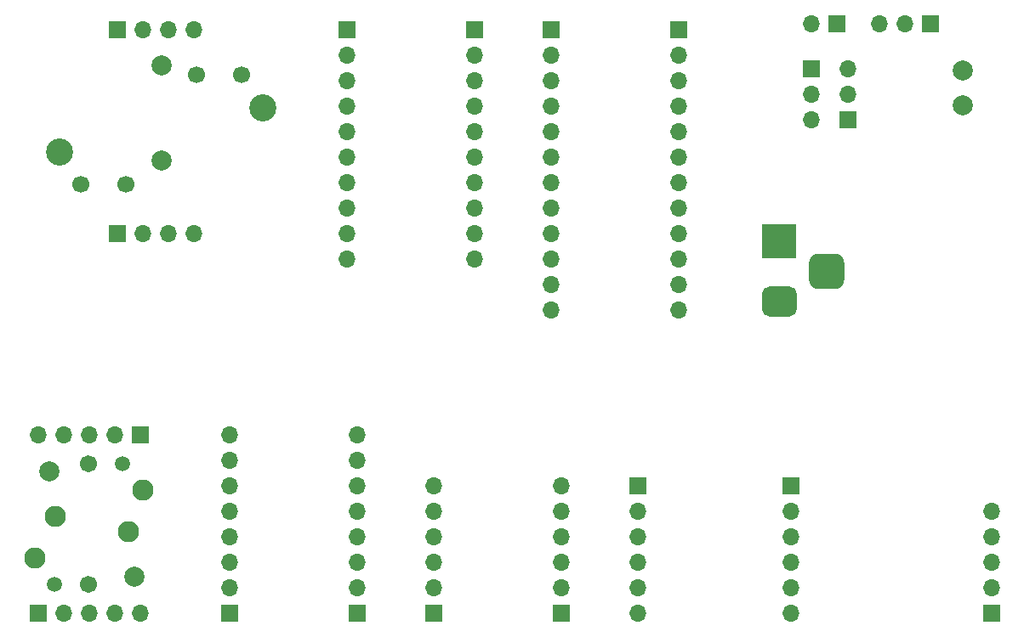
<source format=gbs>
G04 #@! TF.GenerationSoftware,KiCad,Pcbnew,(5.1.6-0-10_14)*
G04 #@! TF.CreationDate,2021-10-07T10:13:42+09:00*
G04 #@! TF.ProjectId,panel_breakouts_211007,70616e65-6c5f-4627-9265-616b6f757473,rev?*
G04 #@! TF.SameCoordinates,Original*
G04 #@! TF.FileFunction,Soldermask,Bot*
G04 #@! TF.FilePolarity,Negative*
%FSLAX46Y46*%
G04 Gerber Fmt 4.6, Leading zero omitted, Abs format (unit mm)*
G04 Created by KiCad (PCBNEW (5.1.6-0-10_14)) date 2021-10-07 10:13:42*
%MOMM*%
%LPD*%
G01*
G04 APERTURE LIST*
%ADD10O,1.700000X1.700000*%
%ADD11R,1.700000X1.700000*%
%ADD12C,2.108200*%
%ADD13C,2.006600*%
%ADD14C,1.701800*%
%ADD15C,1.498600*%
%ADD16C,2.000000*%
%ADD17C,1.700000*%
%ADD18C,2.700000*%
%ADD19R,3.500000X3.500000*%
G04 APERTURE END LIST*
D10*
X109982000Y-89916000D03*
X107442000Y-89916000D03*
X104902000Y-89916000D03*
D11*
X102362000Y-89916000D03*
D10*
X94472000Y-109982000D03*
X97012000Y-109982000D03*
X99552000Y-109982000D03*
X102092000Y-109982000D03*
D11*
X104632000Y-109982000D03*
X94472000Y-127762000D03*
D10*
X97012000Y-127762000D03*
X99552000Y-127762000D03*
X102092000Y-127762000D03*
X104632000Y-127762000D03*
D11*
X102362000Y-69596000D03*
D10*
X104902000Y-69596000D03*
X107442000Y-69596000D03*
X109982000Y-69596000D03*
X125222000Y-92456000D03*
X125222000Y-89916000D03*
X125222000Y-87376000D03*
X125222000Y-84836000D03*
X125222000Y-82296000D03*
X125222000Y-79756000D03*
X125222000Y-77216000D03*
X125222000Y-74676000D03*
X125222000Y-72136000D03*
D11*
X125222000Y-69596000D03*
X137922000Y-69596000D03*
D10*
X137922000Y-72136000D03*
X137922000Y-74676000D03*
X137922000Y-77216000D03*
X137922000Y-79756000D03*
X137922000Y-82296000D03*
X137922000Y-84836000D03*
X137922000Y-87376000D03*
X137922000Y-89916000D03*
X137922000Y-92456000D03*
X126222000Y-109982000D03*
X126222000Y-112522000D03*
X126222000Y-115062000D03*
X126222000Y-117602000D03*
X126222000Y-120142000D03*
X126222000Y-122682000D03*
X126222000Y-125222000D03*
D11*
X126222000Y-127762000D03*
X113522000Y-127762000D03*
D10*
X113522000Y-125222000D03*
X113522000Y-122682000D03*
X113522000Y-120142000D03*
X113522000Y-117602000D03*
X113522000Y-115062000D03*
X113522000Y-112522000D03*
X113522000Y-109982000D03*
X145542000Y-97536000D03*
X145542000Y-94996000D03*
X145542000Y-92456000D03*
X145542000Y-89916000D03*
X145542000Y-87376000D03*
X145542000Y-84836000D03*
X145542000Y-82296000D03*
X145542000Y-79756000D03*
X145542000Y-77216000D03*
X145542000Y-74676000D03*
X145542000Y-72136000D03*
D11*
X145542000Y-69596000D03*
X158242000Y-69596000D03*
D10*
X158242000Y-72136000D03*
X158242000Y-74676000D03*
X158242000Y-77216000D03*
X158242000Y-79756000D03*
X158242000Y-82296000D03*
X158242000Y-84836000D03*
X158242000Y-87376000D03*
X158242000Y-89916000D03*
X158242000Y-92456000D03*
X158242000Y-94996000D03*
X158242000Y-97536000D03*
D12*
X103452000Y-119612000D03*
D13*
X104052000Y-124112000D03*
D14*
X99502000Y-124912000D03*
D15*
X96102000Y-124912000D03*
D12*
X94152000Y-122262000D03*
X96152000Y-118112000D03*
D13*
X95552000Y-113612000D03*
D14*
X99502000Y-112812000D03*
D15*
X102902000Y-112812000D03*
D12*
X104852000Y-115462000D03*
D16*
X106722000Y-73156000D03*
D17*
X110222000Y-74106000D03*
X114722000Y-74106000D03*
D18*
X116822000Y-77356000D03*
D16*
X106722000Y-82656000D03*
D17*
X103222000Y-85006000D03*
X98722000Y-85006000D03*
D18*
X96622000Y-81756000D03*
D10*
X169402000Y-127762000D03*
X169402000Y-125222000D03*
X169402000Y-122682000D03*
X169402000Y-120142000D03*
X169402000Y-117602000D03*
D11*
X169402000Y-115062000D03*
D10*
X154162000Y-127762000D03*
X154162000Y-125222000D03*
X154162000Y-122682000D03*
X154162000Y-120142000D03*
X154162000Y-117602000D03*
D11*
X154162000Y-115062000D03*
D10*
X189372000Y-117594000D03*
X189372000Y-120134000D03*
X189372000Y-122674000D03*
X189372000Y-125214000D03*
D11*
X189372000Y-127754000D03*
D10*
X146542000Y-115062000D03*
X146542000Y-117602000D03*
X146542000Y-120142000D03*
X146542000Y-122682000D03*
X146542000Y-125222000D03*
D11*
X146542000Y-127762000D03*
X133842000Y-127762000D03*
D10*
X133842000Y-125222000D03*
X133842000Y-122682000D03*
X133842000Y-120142000D03*
X133842000Y-117602000D03*
X133842000Y-115062000D03*
X171457000Y-69006000D03*
D11*
X173997000Y-69006000D03*
D10*
X175122000Y-73476000D03*
X175122000Y-76016000D03*
D11*
X175122000Y-78556000D03*
X171472000Y-73506000D03*
D10*
X171472000Y-76046000D03*
X171472000Y-78586000D03*
X178192000Y-69006000D03*
X180732000Y-69006000D03*
D11*
X183272000Y-69006000D03*
D19*
X168262000Y-90676000D03*
G36*
G01*
X169262000Y-98176000D02*
X167262000Y-98176000D01*
G75*
G02*
X166512000Y-97426000I0J750000D01*
G01*
X166512000Y-95926000D01*
G75*
G02*
X167262000Y-95176000I750000J0D01*
G01*
X169262000Y-95176000D01*
G75*
G02*
X170012000Y-95926000I0J-750000D01*
G01*
X170012000Y-97426000D01*
G75*
G02*
X169262000Y-98176000I-750000J0D01*
G01*
G37*
G36*
G01*
X173837000Y-95426000D02*
X172087000Y-95426000D01*
G75*
G02*
X171212000Y-94551000I0J875000D01*
G01*
X171212000Y-92801000D01*
G75*
G02*
X172087000Y-91926000I875000J0D01*
G01*
X173837000Y-91926000D01*
G75*
G02*
X174712000Y-92801000I0J-875000D01*
G01*
X174712000Y-94551000D01*
G75*
G02*
X173837000Y-95426000I-875000J0D01*
G01*
G37*
D16*
X186472000Y-77156000D03*
X186472000Y-73656000D03*
M02*

</source>
